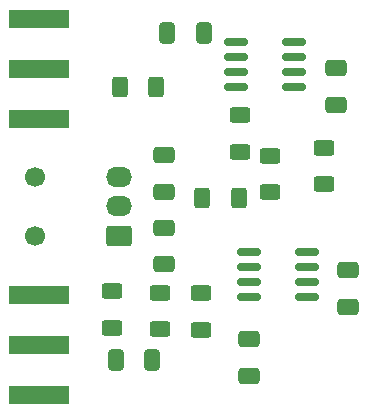
<source format=gts>
%TF.GenerationSoftware,KiCad,Pcbnew,6.0.2-378541a8eb~116~ubuntu20.04.1*%
%TF.CreationDate,2022-03-10T11:15:54-06:00*%
%TF.ProjectId,lna_sma_10x,6c6e615f-736d-4615-9f31-30782e6b6963,1.0*%
%TF.SameCoordinates,Original*%
%TF.FileFunction,Soldermask,Top*%
%TF.FilePolarity,Negative*%
%FSLAX46Y46*%
G04 Gerber Fmt 4.6, Leading zero omitted, Abs format (unit mm)*
G04 Created by KiCad (PCBNEW 6.0.2-378541a8eb~116~ubuntu20.04.1) date 2022-03-10 11:15:54*
%MOMM*%
%LPD*%
G01*
G04 APERTURE LIST*
G04 Aperture macros list*
%AMRoundRect*
0 Rectangle with rounded corners*
0 $1 Rounding radius*
0 $2 $3 $4 $5 $6 $7 $8 $9 X,Y pos of 4 corners*
0 Add a 4 corners polygon primitive as box body*
4,1,4,$2,$3,$4,$5,$6,$7,$8,$9,$2,$3,0*
0 Add four circle primitives for the rounded corners*
1,1,$1+$1,$2,$3*
1,1,$1+$1,$4,$5*
1,1,$1+$1,$6,$7*
1,1,$1+$1,$8,$9*
0 Add four rect primitives between the rounded corners*
20,1,$1+$1,$2,$3,$4,$5,0*
20,1,$1+$1,$4,$5,$6,$7,0*
20,1,$1+$1,$6,$7,$8,$9,0*
20,1,$1+$1,$8,$9,$2,$3,0*%
G04 Aperture macros list end*
%ADD10RoundRect,0.150000X0.825000X0.150000X-0.825000X0.150000X-0.825000X-0.150000X0.825000X-0.150000X0*%
%ADD11RoundRect,0.150000X-0.825000X-0.150000X0.825000X-0.150000X0.825000X0.150000X-0.825000X0.150000X0*%
%ADD12RoundRect,0.250000X0.400000X0.625000X-0.400000X0.625000X-0.400000X-0.625000X0.400000X-0.625000X0*%
%ADD13RoundRect,0.250000X0.625000X-0.400000X0.625000X0.400000X-0.625000X0.400000X-0.625000X-0.400000X0*%
%ADD14RoundRect,0.250000X-0.400000X-0.625000X0.400000X-0.625000X0.400000X0.625000X-0.400000X0.625000X0*%
%ADD15R,5.080000X1.500000*%
%ADD16C,1.700000*%
%ADD17RoundRect,0.250000X0.850000X0.600000X-0.850000X0.600000X-0.850000X-0.600000X0.850000X-0.600000X0*%
%ADD18O,2.200000X1.700000*%
%ADD19RoundRect,0.250000X0.650000X-0.412500X0.650000X0.412500X-0.650000X0.412500X-0.650000X-0.412500X0*%
%ADD20RoundRect,0.250000X-0.650000X0.412500X-0.650000X-0.412500X0.650000X-0.412500X0.650000X0.412500X0*%
%ADD21RoundRect,0.250000X0.412500X0.650000X-0.412500X0.650000X-0.412500X-0.650000X0.412500X-0.650000X0*%
%ADD22RoundRect,0.250000X-0.412500X-0.650000X0.412500X-0.650000X0.412500X0.650000X-0.412500X0.650000X0*%
G04 APERTURE END LIST*
D10*
%TO.C,U2*%
X124675000Y-59630000D03*
X124675000Y-58360000D03*
X124675000Y-57090000D03*
X124675000Y-55820000D03*
X119725000Y-55820000D03*
X119725000Y-57090000D03*
X119725000Y-58360000D03*
X119725000Y-59630000D03*
%TD*%
D11*
%TO.C,U1*%
X120825000Y-73620000D03*
X120825000Y-74890000D03*
X120825000Y-76160000D03*
X120825000Y-77430000D03*
X125775000Y-77430000D03*
X125775000Y-76160000D03*
X125775000Y-74890000D03*
X125775000Y-73620000D03*
%TD*%
D12*
%TO.C,R8*%
X112975000Y-59650000D03*
X109875000Y-59650000D03*
%TD*%
D13*
%TO.C,R7*%
X120100000Y-65100000D03*
X120100000Y-62000000D03*
%TD*%
%TO.C,R6*%
X127225000Y-67850000D03*
X127225000Y-64750000D03*
%TD*%
%TO.C,R5*%
X122600000Y-68525000D03*
X122600000Y-65425000D03*
%TD*%
D14*
%TO.C,R4*%
X116875000Y-69000000D03*
X119975000Y-69000000D03*
%TD*%
D13*
%TO.C,R3*%
X116775000Y-80175000D03*
X116775000Y-77075000D03*
%TD*%
%TO.C,R2*%
X113325000Y-80125000D03*
X113325000Y-77025000D03*
%TD*%
%TO.C,R1*%
X109200000Y-76925000D03*
X109200000Y-80025000D03*
%TD*%
D15*
%TO.C,J3*%
X103037500Y-58100000D03*
X103037500Y-53850000D03*
X103037500Y-62350000D03*
%TD*%
D16*
%TO.C,J2*%
X102685000Y-67225000D03*
X102685000Y-72225000D03*
D17*
X109865000Y-72225000D03*
D18*
X109865000Y-69725000D03*
X109865000Y-67225000D03*
%TD*%
D15*
%TO.C,J1*%
X103037488Y-81474996D03*
X103037488Y-77224996D03*
X103037488Y-85724996D03*
%TD*%
D19*
%TO.C,C7*%
X129250000Y-75137500D03*
X129250000Y-78262500D03*
%TD*%
D20*
%TO.C,C6*%
X128225000Y-61162500D03*
X128225000Y-58037500D03*
%TD*%
%TO.C,C5*%
X113650000Y-71525000D03*
X113650000Y-74650000D03*
%TD*%
%TO.C,C4*%
X120850000Y-80987500D03*
X120850000Y-84112500D03*
%TD*%
D21*
%TO.C,C3*%
X117037500Y-55075000D03*
X113912500Y-55075000D03*
%TD*%
D22*
%TO.C,C2*%
X109537500Y-82700000D03*
X112662500Y-82700000D03*
%TD*%
D20*
%TO.C,C1*%
X113600000Y-68500000D03*
X113600000Y-65375000D03*
%TD*%
M02*

</source>
